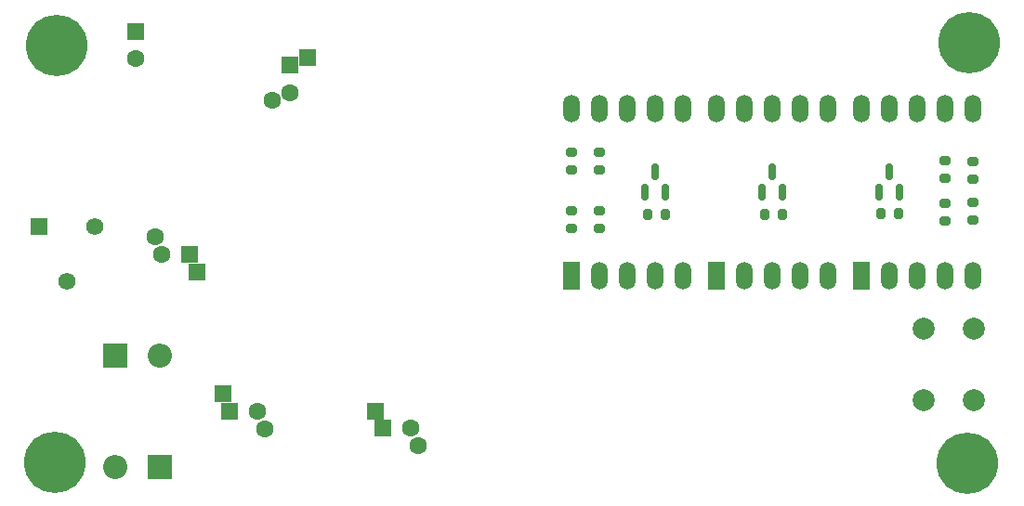
<source format=gbr>
%TF.GenerationSoftware,KiCad,Pcbnew,8.0.7*%
%TF.CreationDate,2025-05-12T19:41:04+03:00*%
%TF.ProjectId,esr_pr4,6573725f-7072-4342-9e6b-696361645f70,rev?*%
%TF.SameCoordinates,Original*%
%TF.FileFunction,Soldermask,Bot*%
%TF.FilePolarity,Negative*%
%FSLAX46Y46*%
G04 Gerber Fmt 4.6, Leading zero omitted, Abs format (unit mm)*
G04 Created by KiCad (PCBNEW 8.0.7) date 2025-05-12 19:41:04*
%MOMM*%
%LPD*%
G01*
G04 APERTURE LIST*
G04 Aperture macros list*
%AMRoundRect*
0 Rectangle with rounded corners*
0 $1 Rounding radius*
0 $2 $3 $4 $5 $6 $7 $8 $9 X,Y pos of 4 corners*
0 Add a 4 corners polygon primitive as box body*
4,1,4,$2,$3,$4,$5,$6,$7,$8,$9,$2,$3,0*
0 Add four circle primitives for the rounded corners*
1,1,$1+$1,$2,$3*
1,1,$1+$1,$4,$5*
1,1,$1+$1,$6,$7*
1,1,$1+$1,$8,$9*
0 Add four rect primitives between the rounded corners*
20,1,$1+$1,$2,$3,$4,$5,0*
20,1,$1+$1,$4,$5,$6,$7,0*
20,1,$1+$1,$6,$7,$8,$9,0*
20,1,$1+$1,$8,$9,$2,$3,0*%
G04 Aperture macros list end*
%ADD10C,3.600000*%
%ADD11C,5.600000*%
%ADD12R,1.524000X2.524000*%
%ADD13O,1.524000X2.524000*%
%ADD14R,1.600000X1.600000*%
%ADD15C,1.600000*%
%ADD16R,1.560000X1.560000*%
%ADD17C,1.560000*%
%ADD18C,2.000000*%
%ADD19R,2.200000X2.200000*%
%ADD20O,2.200000X2.200000*%
%ADD21RoundRect,0.200000X-0.275000X0.200000X-0.275000X-0.200000X0.275000X-0.200000X0.275000X0.200000X0*%
%ADD22RoundRect,0.200000X0.275000X-0.200000X0.275000X0.200000X-0.275000X0.200000X-0.275000X-0.200000X0*%
%ADD23RoundRect,0.200000X-0.200000X-0.275000X0.200000X-0.275000X0.200000X0.275000X-0.200000X0.275000X0*%
%ADD24RoundRect,0.150000X0.150000X-0.587500X0.150000X0.587500X-0.150000X0.587500X-0.150000X-0.587500X0*%
G04 APERTURE END LIST*
D10*
%TO.C,H1*%
X103555800Y-53543200D03*
D11*
X103555800Y-53543200D03*
%TD*%
D10*
%TO.C,H4*%
X186750000Y-53300000D03*
D11*
X186750000Y-53300000D03*
%TD*%
D12*
%TO.C,AFF2*%
X163690000Y-74559000D03*
D13*
X166230000Y-74559000D03*
X168770000Y-74559000D03*
X171310000Y-74559000D03*
X173850000Y-74559000D03*
X173850000Y-59319000D03*
X171310000Y-59319000D03*
X168770000Y-59319000D03*
X166230000Y-59319000D03*
X163690000Y-59319000D03*
%TD*%
D10*
%TO.C,H2*%
X186600000Y-91625000D03*
D11*
X186600000Y-91625000D03*
%TD*%
D14*
%TO.C,CP4*%
X132658126Y-86850000D03*
X133329063Y-88450000D03*
D15*
X135829063Y-88450000D03*
X136500000Y-90050000D03*
%TD*%
D16*
%TO.C,RV21*%
X102025000Y-70035000D03*
D17*
X104525000Y-75035000D03*
X107025000Y-70035000D03*
%TD*%
D18*
%TO.C,SW1*%
X182626000Y-85852000D03*
X182626000Y-79352000D03*
X187126000Y-85852000D03*
X187126000Y-79352000D03*
%TD*%
D14*
%TO.C,CP6*%
X118709063Y-85268000D03*
X119380000Y-86868000D03*
D15*
X121880000Y-86868000D03*
X122550937Y-88468000D03*
%TD*%
D19*
%TO.C,D7*%
X108966000Y-81788000D03*
D20*
X108966000Y-91948000D03*
%TD*%
D19*
%TO.C,D8*%
X113030000Y-91948000D03*
D20*
X113030000Y-81788000D03*
%TD*%
D14*
%TO.C,CP3*%
X110820200Y-52236488D03*
D15*
X110820200Y-54736488D03*
%TD*%
D10*
%TO.C,H3*%
X103450000Y-91550000D03*
D11*
X103450000Y-91550000D03*
%TD*%
D14*
%TO.C,CP5*%
X116370937Y-74175000D03*
X115700000Y-72575000D03*
D15*
X113200000Y-72575000D03*
X112529063Y-70975000D03*
%TD*%
D12*
%TO.C,AFF3*%
X176898000Y-74559000D03*
D13*
X179438000Y-74559000D03*
X181978000Y-74559000D03*
X184518000Y-74559000D03*
X187058000Y-74559000D03*
X187058000Y-59319000D03*
X184518000Y-59319000D03*
X181978000Y-59319000D03*
X179438000Y-59319000D03*
X176898000Y-59319000D03*
%TD*%
D14*
%TO.C,CP10*%
X126450000Y-54661386D03*
X124850000Y-55332323D03*
D15*
X124850000Y-57832323D03*
X123250000Y-58503260D03*
%TD*%
D12*
%TO.C,AFF1*%
X150482000Y-74559000D03*
D13*
X153022000Y-74559000D03*
X155562000Y-74559000D03*
X158102000Y-74559000D03*
X160642000Y-74559000D03*
X160642000Y-59319000D03*
X158102000Y-59319000D03*
X155562000Y-59319000D03*
X153022000Y-59319000D03*
X150482000Y-59319000D03*
%TD*%
D21*
%TO.C,R38*%
X187058000Y-67829000D03*
X187058000Y-69479000D03*
%TD*%
D22*
%TO.C,R42*%
X153022000Y-64907000D03*
X153022000Y-63257000D03*
%TD*%
D23*
%TO.C,R23*%
X157404000Y-68971000D03*
X159054000Y-68971000D03*
%TD*%
D24*
%TO.C,QT3*%
X180388000Y-66909000D03*
X178488000Y-66909000D03*
X179438000Y-65034000D03*
%TD*%
D21*
%TO.C,R36*%
X153022000Y-68591000D03*
X153022000Y-70241000D03*
%TD*%
D24*
%TO.C,QT2*%
X169720000Y-66909000D03*
X167820000Y-66909000D03*
X168770000Y-65034000D03*
%TD*%
D22*
%TO.C,R41*%
X184518000Y-65669000D03*
X184518000Y-64019000D03*
%TD*%
D21*
%TO.C,R37*%
X150482000Y-68591000D03*
X150482000Y-70241000D03*
%TD*%
D22*
%TO.C,R43*%
X187058000Y-65732000D03*
X187058000Y-64082000D03*
%TD*%
D24*
%TO.C,QT1*%
X159052000Y-66909000D03*
X157152000Y-66909000D03*
X158102000Y-65034000D03*
%TD*%
D21*
%TO.C,R39*%
X184518000Y-67892000D03*
X184518000Y-69542000D03*
%TD*%
D22*
%TO.C,R40*%
X150482000Y-64907000D03*
X150482000Y-63257000D03*
%TD*%
D23*
%TO.C,R26*%
X178677000Y-68844000D03*
X180327000Y-68844000D03*
%TD*%
%TO.C,R24*%
X168072000Y-68971000D03*
X169722000Y-68971000D03*
%TD*%
M02*

</source>
